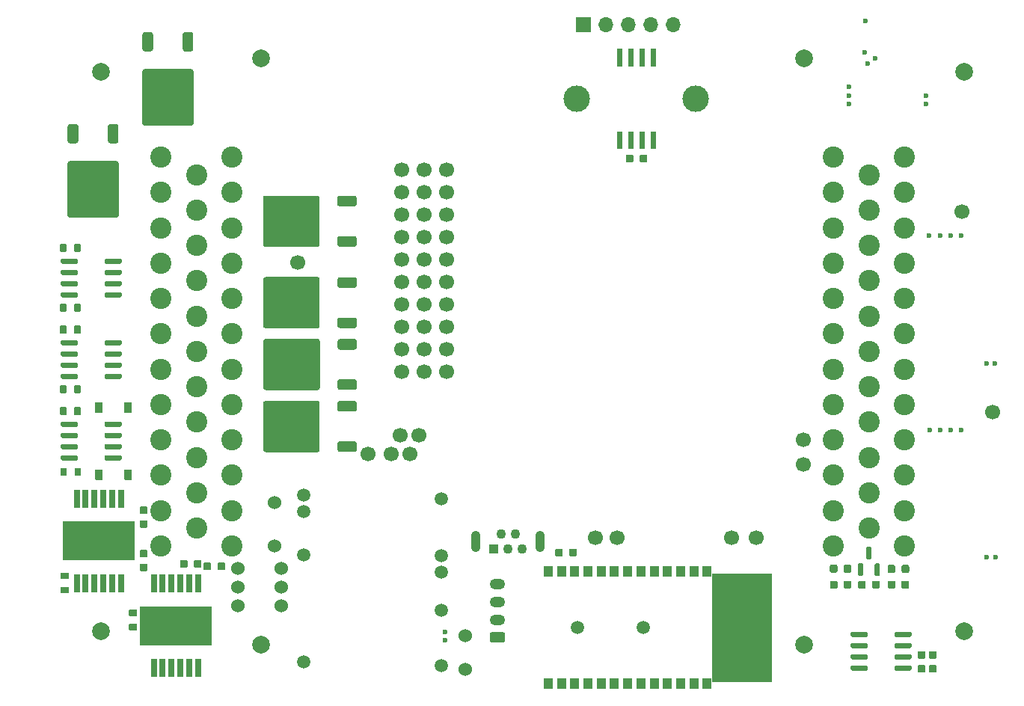
<source format=gts>
G04 #@! TF.GenerationSoftware,KiCad,Pcbnew,8.0.8-8.0.8-0~ubuntu24.04.1*
G04 #@! TF.CreationDate,2025-02-06T16:43:26+00:00*
G04 #@! TF.ProjectId,MST01,4d535430-312e-46b6-9963-61645f706362,D*
G04 #@! TF.SameCoordinates,PX440a368PY8a86a58*
G04 #@! TF.FileFunction,Soldermask,Top*
G04 #@! TF.FilePolarity,Negative*
%FSLAX46Y46*%
G04 Gerber Fmt 4.6, Leading zero omitted, Abs format (unit mm)*
G04 Created by KiCad (PCBNEW 8.0.8-8.0.8-0~ubuntu24.04.1) date 2025-02-06 16:43:26*
%MOMM*%
%LPD*%
G01*
G04 APERTURE LIST*
%ADD10C,0.120000*%
%ADD11C,3.000000*%
%ADD12C,1.700000*%
%ADD13C,0.600000*%
%ADD14R,1.100000X1.100000*%
%ADD15C,1.100000*%
%ADD16O,1.100000X2.400000*%
%ADD17C,2.000000*%
%ADD18C,2.400000*%
%ADD19C,1.500000*%
%ADD20R,0.650000X2.000000*%
%ADD21R,8.100000X4.500000*%
%ADD22R,1.000000X1.300000*%
%ADD23R,1.700000X1.700000*%
%ADD24O,1.700000X1.700000*%
%ADD25O,1.750000X1.200000*%
%ADD26C,1.524000*%
%ADD27C,0.599999*%
G04 APERTURE END LIST*
G04 #@! TO.C,U5*
D10*
X81450000Y13325000D02*
X74750000Y13325000D01*
X74750000Y1125000D01*
X81450000Y1125000D01*
X81450000Y13325000D01*
G36*
X81450000Y13325000D02*
G01*
X74750000Y13325000D01*
X74750000Y1125000D01*
X81450000Y1125000D01*
X81450000Y13325000D01*
G37*
G04 #@! TD*
D11*
G04 #@! TO.C,H1*
X59405000Y67055000D03*
G04 #@! TD*
G04 #@! TO.C,D8*
G36*
G01*
X91675000Y13020000D02*
X91375000Y13020000D01*
G75*
G02*
X91225000Y13170000I0J150000D01*
G01*
X91225000Y14345000D01*
G75*
G02*
X91375000Y14495000I150000J0D01*
G01*
X91675000Y14495000D01*
G75*
G02*
X91825000Y14345000I0J-150000D01*
G01*
X91825000Y13170000D01*
G75*
G02*
X91675000Y13020000I-150000J0D01*
G01*
G37*
G36*
G01*
X93575000Y13020000D02*
X93275000Y13020000D01*
G75*
G02*
X93125000Y13170000I0J150000D01*
G01*
X93125000Y14345000D01*
G75*
G02*
X93275000Y14495000I150000J0D01*
G01*
X93575000Y14495000D01*
G75*
G02*
X93725000Y14345000I0J-150000D01*
G01*
X93725000Y13170000D01*
G75*
G02*
X93575000Y13020000I-150000J0D01*
G01*
G37*
G36*
G01*
X92625000Y14895000D02*
X92325000Y14895000D01*
G75*
G02*
X92175000Y15045000I0J150000D01*
G01*
X92175000Y16220000D01*
G75*
G02*
X92325000Y16370000I150000J0D01*
G01*
X92625000Y16370000D01*
G75*
G02*
X92775000Y16220000I0J-150000D01*
G01*
X92775000Y15045000D01*
G75*
G02*
X92625000Y14895000I-150000J0D01*
G01*
G37*
G04 #@! TD*
G04 #@! TO.C,U7*
G36*
G01*
X990000Y30075000D02*
X990000Y30375000D01*
G75*
G02*
X1140000Y30525000I150000J0D01*
G01*
X2790000Y30525000D01*
G75*
G02*
X2940000Y30375000I0J-150000D01*
G01*
X2940000Y30075000D01*
G75*
G02*
X2790000Y29925000I-150000J0D01*
G01*
X1140000Y29925000D01*
G75*
G02*
X990000Y30075000I0J150000D01*
G01*
G37*
G36*
G01*
X990000Y28805000D02*
X990000Y29105000D01*
G75*
G02*
X1140000Y29255000I150000J0D01*
G01*
X2790000Y29255000D01*
G75*
G02*
X2940000Y29105000I0J-150000D01*
G01*
X2940000Y28805000D01*
G75*
G02*
X2790000Y28655000I-150000J0D01*
G01*
X1140000Y28655000D01*
G75*
G02*
X990000Y28805000I0J150000D01*
G01*
G37*
G36*
G01*
X990000Y27535000D02*
X990000Y27835000D01*
G75*
G02*
X1140000Y27985000I150000J0D01*
G01*
X2790000Y27985000D01*
G75*
G02*
X2940000Y27835000I0J-150000D01*
G01*
X2940000Y27535000D01*
G75*
G02*
X2790000Y27385000I-150000J0D01*
G01*
X1140000Y27385000D01*
G75*
G02*
X990000Y27535000I0J150000D01*
G01*
G37*
G36*
G01*
X990000Y26265000D02*
X990000Y26565000D01*
G75*
G02*
X1140000Y26715000I150000J0D01*
G01*
X2790000Y26715000D01*
G75*
G02*
X2940000Y26565000I0J-150000D01*
G01*
X2940000Y26265000D01*
G75*
G02*
X2790000Y26115000I-150000J0D01*
G01*
X1140000Y26115000D01*
G75*
G02*
X990000Y26265000I0J150000D01*
G01*
G37*
G36*
G01*
X5940000Y26265000D02*
X5940000Y26565000D01*
G75*
G02*
X6090000Y26715000I150000J0D01*
G01*
X7740000Y26715000D01*
G75*
G02*
X7890000Y26565000I0J-150000D01*
G01*
X7890000Y26265000D01*
G75*
G02*
X7740000Y26115000I-150000J0D01*
G01*
X6090000Y26115000D01*
G75*
G02*
X5940000Y26265000I0J150000D01*
G01*
G37*
G36*
G01*
X5940000Y27535000D02*
X5940000Y27835000D01*
G75*
G02*
X6090000Y27985000I150000J0D01*
G01*
X7740000Y27985000D01*
G75*
G02*
X7890000Y27835000I0J-150000D01*
G01*
X7890000Y27535000D01*
G75*
G02*
X7740000Y27385000I-150000J0D01*
G01*
X6090000Y27385000D01*
G75*
G02*
X5940000Y27535000I0J150000D01*
G01*
G37*
G36*
G01*
X5940000Y28805000D02*
X5940000Y29105000D01*
G75*
G02*
X6090000Y29255000I150000J0D01*
G01*
X7740000Y29255000D01*
G75*
G02*
X7890000Y29105000I0J-150000D01*
G01*
X7890000Y28805000D01*
G75*
G02*
X7740000Y28655000I-150000J0D01*
G01*
X6090000Y28655000D01*
G75*
G02*
X5940000Y28805000I0J150000D01*
G01*
G37*
G36*
G01*
X5940000Y30075000D02*
X5940000Y30375000D01*
G75*
G02*
X6090000Y30525000I150000J0D01*
G01*
X7740000Y30525000D01*
G75*
G02*
X7890000Y30375000I0J-150000D01*
G01*
X7890000Y30075000D01*
G75*
G02*
X7740000Y29925000I-150000J0D01*
G01*
X6090000Y29925000D01*
G75*
G02*
X5940000Y30075000I0J150000D01*
G01*
G37*
G04 #@! TD*
D12*
G04 #@! TO.C,P9*
X27795000Y48545000D03*
G04 #@! TD*
G04 #@! TO.C,C27*
G36*
G01*
X67400001Y60629994D02*
X67400001Y59949994D01*
G75*
G02*
X67315001Y59864994I-85000J0D01*
G01*
X66635001Y59864994D01*
G75*
G02*
X66550001Y59949994I0J85000D01*
G01*
X66550001Y60629994D01*
G75*
G02*
X66635001Y60714994I85000J0D01*
G01*
X67315001Y60714994D01*
G75*
G02*
X67400001Y60629994I0J-85000D01*
G01*
G37*
G36*
G01*
X65819999Y60629994D02*
X65819999Y59949994D01*
G75*
G02*
X65734999Y59864994I-85000J0D01*
G01*
X65054999Y59864994D01*
G75*
G02*
X64969999Y59949994I0J85000D01*
G01*
X64969999Y60629994D01*
G75*
G02*
X65054999Y60714994I85000J0D01*
G01*
X65734999Y60714994D01*
G75*
G02*
X65819999Y60629994I0J-85000D01*
G01*
G37*
G04 #@! TD*
G04 #@! TO.C,U10*
G36*
G01*
X1005000Y39290000D02*
X1005000Y39590000D01*
G75*
G02*
X1155000Y39740000I150000J0D01*
G01*
X2805000Y39740000D01*
G75*
G02*
X2955000Y39590000I0J-150000D01*
G01*
X2955000Y39290000D01*
G75*
G02*
X2805000Y39140000I-150000J0D01*
G01*
X1155000Y39140000D01*
G75*
G02*
X1005000Y39290000I0J150000D01*
G01*
G37*
G36*
G01*
X1005000Y38020000D02*
X1005000Y38320000D01*
G75*
G02*
X1155000Y38470000I150000J0D01*
G01*
X2805000Y38470000D01*
G75*
G02*
X2955000Y38320000I0J-150000D01*
G01*
X2955000Y38020000D01*
G75*
G02*
X2805000Y37870000I-150000J0D01*
G01*
X1155000Y37870000D01*
G75*
G02*
X1005000Y38020000I0J150000D01*
G01*
G37*
G36*
G01*
X1005000Y36750000D02*
X1005000Y37050000D01*
G75*
G02*
X1155000Y37200000I150000J0D01*
G01*
X2805000Y37200000D01*
G75*
G02*
X2955000Y37050000I0J-150000D01*
G01*
X2955000Y36750000D01*
G75*
G02*
X2805000Y36600000I-150000J0D01*
G01*
X1155000Y36600000D01*
G75*
G02*
X1005000Y36750000I0J150000D01*
G01*
G37*
G36*
G01*
X1005000Y35480000D02*
X1005000Y35780000D01*
G75*
G02*
X1155000Y35930000I150000J0D01*
G01*
X2805000Y35930000D01*
G75*
G02*
X2955000Y35780000I0J-150000D01*
G01*
X2955000Y35480000D01*
G75*
G02*
X2805000Y35330000I-150000J0D01*
G01*
X1155000Y35330000D01*
G75*
G02*
X1005000Y35480000I0J150000D01*
G01*
G37*
G36*
G01*
X5955000Y35480000D02*
X5955000Y35780000D01*
G75*
G02*
X6105000Y35930000I150000J0D01*
G01*
X7755000Y35930000D01*
G75*
G02*
X7905000Y35780000I0J-150000D01*
G01*
X7905000Y35480000D01*
G75*
G02*
X7755000Y35330000I-150000J0D01*
G01*
X6105000Y35330000D01*
G75*
G02*
X5955000Y35480000I0J150000D01*
G01*
G37*
G36*
G01*
X5955000Y36750000D02*
X5955000Y37050000D01*
G75*
G02*
X6105000Y37200000I150000J0D01*
G01*
X7755000Y37200000D01*
G75*
G02*
X7905000Y37050000I0J-150000D01*
G01*
X7905000Y36750000D01*
G75*
G02*
X7755000Y36600000I-150000J0D01*
G01*
X6105000Y36600000D01*
G75*
G02*
X5955000Y36750000I0J150000D01*
G01*
G37*
G36*
G01*
X5955000Y38020000D02*
X5955000Y38320000D01*
G75*
G02*
X6105000Y38470000I150000J0D01*
G01*
X7755000Y38470000D01*
G75*
G02*
X7905000Y38320000I0J-150000D01*
G01*
X7905000Y38020000D01*
G75*
G02*
X7755000Y37870000I-150000J0D01*
G01*
X6105000Y37870000D01*
G75*
G02*
X5955000Y38020000I0J150000D01*
G01*
G37*
G36*
G01*
X5955000Y39290000D02*
X5955000Y39590000D01*
G75*
G02*
X6105000Y39740000I150000J0D01*
G01*
X7755000Y39740000D01*
G75*
G02*
X7905000Y39590000I0J-150000D01*
G01*
X7905000Y39290000D01*
G75*
G02*
X7755000Y39140000I-150000J0D01*
G01*
X6105000Y39140000D01*
G75*
G02*
X5955000Y39290000I0J150000D01*
G01*
G37*
G04 #@! TD*
G04 #@! TO.C,P10*
X35785000Y26845000D03*
G04 #@! TD*
G04 #@! TO.C,R31*
G36*
G01*
X935000Y40525000D02*
X935000Y41305000D01*
G75*
G02*
X1005000Y41375000I70000J0D01*
G01*
X1565000Y41375000D01*
G75*
G02*
X1635000Y41305000I0J-70000D01*
G01*
X1635000Y40525000D01*
G75*
G02*
X1565000Y40455000I-70000J0D01*
G01*
X1005000Y40455000D01*
G75*
G02*
X935000Y40525000I0J70000D01*
G01*
G37*
G36*
G01*
X2535000Y40525000D02*
X2535000Y41305000D01*
G75*
G02*
X2605000Y41375000I70000J0D01*
G01*
X3165000Y41375000D01*
G75*
G02*
X3235000Y41305000I0J-70000D01*
G01*
X3235000Y40525000D01*
G75*
G02*
X3165000Y40455000I-70000J0D01*
G01*
X2605000Y40455000D01*
G75*
G02*
X2535000Y40525000I0J70000D01*
G01*
G37*
G04 #@! TD*
G04 #@! TO.C,P8*
X76935000Y17375000D03*
G04 #@! TD*
G04 #@! TO.C,C30*
G36*
G01*
X97030001Y12415000D02*
X97030001Y11735000D01*
G75*
G02*
X96945001Y11650000I-85000J0D01*
G01*
X96265001Y11650000D01*
G75*
G02*
X96180001Y11735000I0J85000D01*
G01*
X96180001Y12415000D01*
G75*
G02*
X96265001Y12500000I85000J0D01*
G01*
X96945001Y12500000D01*
G75*
G02*
X97030001Y12415000I0J-85000D01*
G01*
G37*
G36*
G01*
X95449999Y12415000D02*
X95449999Y11735000D01*
G75*
G02*
X95364999Y11650000I-85000J0D01*
G01*
X94684999Y11650000D01*
G75*
G02*
X94599999Y11735000I0J85000D01*
G01*
X94599999Y12415000D01*
G75*
G02*
X94684999Y12500000I85000J0D01*
G01*
X95364999Y12500000D01*
G75*
G02*
X95449999Y12415000I0J-85000D01*
G01*
G37*
G04 #@! TD*
G04 #@! TO.C,P5*
X106455000Y31555000D03*
G04 #@! TD*
G04 #@! TO.C,Q8*
G36*
G01*
X6592500Y64208750D02*
X7292500Y64208750D01*
G75*
G02*
X7542500Y63958750I0J-250000D01*
G01*
X7542500Y62258750D01*
G75*
G02*
X7292500Y62008750I-250000J0D01*
G01*
X6592500Y62008750D01*
G75*
G02*
X6342500Y62258750I0J250000D01*
G01*
X6342500Y63958750D01*
G75*
G02*
X6592500Y64208750I250000J0D01*
G01*
G37*
G36*
G01*
X2012497Y60008750D02*
X7312503Y60008750D01*
G75*
G02*
X7562500Y59758753I0J-249997D01*
G01*
X7562500Y53858747D01*
G75*
G02*
X7312503Y53608750I-249997J0D01*
G01*
X2012497Y53608750D01*
G75*
G02*
X1762500Y53858747I0J249997D01*
G01*
X1762500Y59758753D01*
G75*
G02*
X2012497Y60008750I249997J0D01*
G01*
G37*
G36*
G01*
X2032500Y64208750D02*
X2732500Y64208750D01*
G75*
G02*
X2982500Y63958750I0J-250000D01*
G01*
X2982500Y62258750D01*
G75*
G02*
X2732500Y62008750I-250000J0D01*
G01*
X2032500Y62008750D01*
G75*
G02*
X1782500Y62258750I0J250000D01*
G01*
X1782500Y63958750D01*
G75*
G02*
X2032500Y64208750I250000J0D01*
G01*
G37*
G04 #@! TD*
G04 #@! TO.C,C26*
G36*
G01*
X10715000Y18489999D02*
X10035000Y18489999D01*
G75*
G02*
X9950000Y18574999I0J85000D01*
G01*
X9950000Y19254999D01*
G75*
G02*
X10035000Y19339999I85000J0D01*
G01*
X10715000Y19339999D01*
G75*
G02*
X10800000Y19254999I0J-85000D01*
G01*
X10800000Y18574999D01*
G75*
G02*
X10715000Y18489999I-85000J0D01*
G01*
G37*
G36*
G01*
X10715000Y20070001D02*
X10035000Y20070001D01*
G75*
G02*
X9950000Y20155001I0J85000D01*
G01*
X9950000Y20835001D01*
G75*
G02*
X10035000Y20920001I85000J0D01*
G01*
X10715000Y20920001D01*
G75*
G02*
X10800000Y20835001I0J-85000D01*
G01*
X10800000Y20155001D01*
G75*
G02*
X10715000Y20070001I-85000J0D01*
G01*
G37*
G04 #@! TD*
G04 #@! TO.C,C33*
G36*
G01*
X59400001Y16030000D02*
X59400001Y15350000D01*
G75*
G02*
X59315001Y15265000I-85000J0D01*
G01*
X58635001Y15265000D01*
G75*
G02*
X58550001Y15350000I0J85000D01*
G01*
X58550001Y16030000D01*
G75*
G02*
X58635001Y16115000I85000J0D01*
G01*
X59315001Y16115000D01*
G75*
G02*
X59400001Y16030000I0J-85000D01*
G01*
G37*
G36*
G01*
X57819999Y16030000D02*
X57819999Y15350000D01*
G75*
G02*
X57734999Y15265000I-85000J0D01*
G01*
X57054999Y15265000D01*
G75*
G02*
X56969999Y15350000I0J85000D01*
G01*
X56969999Y16030000D01*
G75*
G02*
X57054999Y16115000I85000J0D01*
G01*
X57734999Y16115000D01*
G75*
G02*
X57819999Y16030000I0J-85000D01*
G01*
G37*
G04 #@! TD*
G04 #@! TO.C,Q12*
G36*
G01*
X34515000Y28035000D02*
X34515000Y27335000D01*
G75*
G02*
X34265000Y27085000I-250000J0D01*
G01*
X32565000Y27085000D01*
G75*
G02*
X32315000Y27335000I0J250000D01*
G01*
X32315000Y28035000D01*
G75*
G02*
X32565000Y28285000I250000J0D01*
G01*
X34265000Y28285000D01*
G75*
G02*
X34515000Y28035000I0J-250000D01*
G01*
G37*
G36*
G01*
X30315000Y32615003D02*
X30315000Y27314997D01*
G75*
G02*
X30065003Y27065000I-249997J0D01*
G01*
X24164997Y27065000D01*
G75*
G02*
X23915000Y27314997I0J249997D01*
G01*
X23915000Y32615003D01*
G75*
G02*
X24164997Y32865000I249997J0D01*
G01*
X30065003Y32865000D01*
G75*
G02*
X30315000Y32615003I0J-249997D01*
G01*
G37*
G36*
G01*
X34515000Y32595000D02*
X34515000Y31895000D01*
G75*
G02*
X34265000Y31645000I-250000J0D01*
G01*
X32565000Y31645000D01*
G75*
G02*
X32315000Y31895000I0J250000D01*
G01*
X32315000Y32595000D01*
G75*
G02*
X32565000Y32845000I250000J0D01*
G01*
X34265000Y32845000D01*
G75*
G02*
X34515000Y32595000I0J-250000D01*
G01*
G37*
G04 #@! TD*
G04 #@! TO.C,C29*
G36*
G01*
X91269999Y11725000D02*
X91269999Y12405000D01*
G75*
G02*
X91354999Y12490000I85000J0D01*
G01*
X92034999Y12490000D01*
G75*
G02*
X92119999Y12405000I0J-85000D01*
G01*
X92119999Y11725000D01*
G75*
G02*
X92034999Y11640000I-85000J0D01*
G01*
X91354999Y11640000D01*
G75*
G02*
X91269999Y11725000I0J85000D01*
G01*
G37*
G36*
G01*
X92850001Y11725000D02*
X92850001Y12405000D01*
G75*
G02*
X92935001Y12490000I85000J0D01*
G01*
X93615001Y12490000D01*
G75*
G02*
X93700001Y12405000I0J-85000D01*
G01*
X93700001Y11725000D01*
G75*
G02*
X93615001Y11640000I-85000J0D01*
G01*
X92935001Y11640000D01*
G75*
G02*
X92850001Y11725000I0J85000D01*
G01*
G37*
G04 #@! TD*
G04 #@! TO.C,Q10*
G36*
G01*
X34515000Y42055000D02*
X34515000Y41355000D01*
G75*
G02*
X34265000Y41105000I-250000J0D01*
G01*
X32565000Y41105000D01*
G75*
G02*
X32315000Y41355000I0J250000D01*
G01*
X32315000Y42055000D01*
G75*
G02*
X32565000Y42305000I250000J0D01*
G01*
X34265000Y42305000D01*
G75*
G02*
X34515000Y42055000I0J-250000D01*
G01*
G37*
G36*
G01*
X30315000Y46635003D02*
X30315000Y41334997D01*
G75*
G02*
X30065003Y41085000I-249997J0D01*
G01*
X24164997Y41085000D01*
G75*
G02*
X23915000Y41334997I0J249997D01*
G01*
X23915000Y46635003D01*
G75*
G02*
X24164997Y46885000I249997J0D01*
G01*
X30065003Y46885000D01*
G75*
G02*
X30315000Y46635003I0J-249997D01*
G01*
G37*
G36*
G01*
X34515000Y46615000D02*
X34515000Y45915000D01*
G75*
G02*
X34265000Y45665000I-250000J0D01*
G01*
X32565000Y45665000D01*
G75*
G02*
X32315000Y45915000I0J250000D01*
G01*
X32315000Y46615000D01*
G75*
G02*
X32565000Y46865000I250000J0D01*
G01*
X34265000Y46865000D01*
G75*
G02*
X34515000Y46615000I0J-250000D01*
G01*
G37*
G04 #@! TD*
G04 #@! TO.C,U4*
G36*
G01*
X97315000Y2770000D02*
X97315000Y2470000D01*
G75*
G02*
X97165000Y2320000I-150000J0D01*
G01*
X95515000Y2320000D01*
G75*
G02*
X95365000Y2470000I0J150000D01*
G01*
X95365000Y2770000D01*
G75*
G02*
X95515000Y2920000I150000J0D01*
G01*
X97165000Y2920000D01*
G75*
G02*
X97315000Y2770000I0J-150000D01*
G01*
G37*
G36*
G01*
X97315000Y4040000D02*
X97315000Y3740000D01*
G75*
G02*
X97165000Y3590000I-150000J0D01*
G01*
X95515000Y3590000D01*
G75*
G02*
X95365000Y3740000I0J150000D01*
G01*
X95365000Y4040000D01*
G75*
G02*
X95515000Y4190000I150000J0D01*
G01*
X97165000Y4190000D01*
G75*
G02*
X97315000Y4040000I0J-150000D01*
G01*
G37*
G36*
G01*
X97315000Y5310000D02*
X97315000Y5010000D01*
G75*
G02*
X97165000Y4860000I-150000J0D01*
G01*
X95515000Y4860000D01*
G75*
G02*
X95365000Y5010000I0J150000D01*
G01*
X95365000Y5310000D01*
G75*
G02*
X95515000Y5460000I150000J0D01*
G01*
X97165000Y5460000D01*
G75*
G02*
X97315000Y5310000I0J-150000D01*
G01*
G37*
G36*
G01*
X97315000Y6580000D02*
X97315000Y6280000D01*
G75*
G02*
X97165000Y6130000I-150000J0D01*
G01*
X95515000Y6130000D01*
G75*
G02*
X95365000Y6280000I0J150000D01*
G01*
X95365000Y6580000D01*
G75*
G02*
X95515000Y6730000I150000J0D01*
G01*
X97165000Y6730000D01*
G75*
G02*
X97315000Y6580000I0J-150000D01*
G01*
G37*
G36*
G01*
X92365000Y6580000D02*
X92365000Y6280000D01*
G75*
G02*
X92215000Y6130000I-150000J0D01*
G01*
X90565000Y6130000D01*
G75*
G02*
X90415000Y6280000I0J150000D01*
G01*
X90415000Y6580000D01*
G75*
G02*
X90565000Y6730000I150000J0D01*
G01*
X92215000Y6730000D01*
G75*
G02*
X92365000Y6580000I0J-150000D01*
G01*
G37*
G36*
G01*
X92365000Y5310000D02*
X92365000Y5010000D01*
G75*
G02*
X92215000Y4860000I-150000J0D01*
G01*
X90565000Y4860000D01*
G75*
G02*
X90415000Y5010000I0J150000D01*
G01*
X90415000Y5310000D01*
G75*
G02*
X90565000Y5460000I150000J0D01*
G01*
X92215000Y5460000D01*
G75*
G02*
X92365000Y5310000I0J-150000D01*
G01*
G37*
G36*
G01*
X92365000Y4040000D02*
X92365000Y3740000D01*
G75*
G02*
X92215000Y3590000I-150000J0D01*
G01*
X90565000Y3590000D01*
G75*
G02*
X90415000Y3740000I0J150000D01*
G01*
X90415000Y4040000D01*
G75*
G02*
X90565000Y4190000I150000J0D01*
G01*
X92215000Y4190000D01*
G75*
G02*
X92365000Y4040000I0J-150000D01*
G01*
G37*
G36*
G01*
X92365000Y2770000D02*
X92365000Y2470000D01*
G75*
G02*
X92215000Y2320000I-150000J0D01*
G01*
X90565000Y2320000D01*
G75*
G02*
X90415000Y2470000I0J150000D01*
G01*
X90415000Y2770000D01*
G75*
G02*
X90565000Y2920000I150000J0D01*
G01*
X92215000Y2920000D01*
G75*
G02*
X92365000Y2770000I0J-150000D01*
G01*
G37*
G04 #@! TD*
G04 #@! TO.C,C13*
G36*
G01*
X14499999Y14065000D02*
X14499999Y14745000D01*
G75*
G02*
X14584999Y14830000I85000J0D01*
G01*
X15264999Y14830000D01*
G75*
G02*
X15349999Y14745000I0J-85000D01*
G01*
X15349999Y14065000D01*
G75*
G02*
X15264999Y13980000I-85000J0D01*
G01*
X14584999Y13980000D01*
G75*
G02*
X14499999Y14065000I0J85000D01*
G01*
G37*
G36*
G01*
X16080001Y14065000D02*
X16080001Y14745000D01*
G75*
G02*
X16165001Y14830000I85000J0D01*
G01*
X16845001Y14830000D01*
G75*
G02*
X16930001Y14745000I0J-85000D01*
G01*
X16930001Y14065000D01*
G75*
G02*
X16845001Y13980000I-85000J0D01*
G01*
X16165001Y13980000D01*
G75*
G02*
X16080001Y14065000I0J85000D01*
G01*
G37*
G04 #@! TD*
G04 #@! TO.C,P15*
X38395000Y26845000D03*
G04 #@! TD*
G04 #@! TO.C,C31*
G36*
G01*
X100055000Y2099999D02*
X99375000Y2099999D01*
G75*
G02*
X99290000Y2184999I0J85000D01*
G01*
X99290000Y2864999D01*
G75*
G02*
X99375000Y2949999I85000J0D01*
G01*
X100055000Y2949999D01*
G75*
G02*
X100140000Y2864999I0J-85000D01*
G01*
X100140000Y2184999D01*
G75*
G02*
X100055000Y2099999I-85000J0D01*
G01*
G37*
G36*
G01*
X100055000Y3680001D02*
X99375000Y3680001D01*
G75*
G02*
X99290000Y3765001I0J85000D01*
G01*
X99290000Y4445001D01*
G75*
G02*
X99375000Y4530001I85000J0D01*
G01*
X100055000Y4530001D01*
G75*
G02*
X100140000Y4445001I0J-85000D01*
G01*
X100140000Y3765001D01*
G75*
G02*
X100055000Y3680001I-85000J0D01*
G01*
G37*
G04 #@! TD*
G04 #@! TO.C,P4*
X61505000Y17385000D03*
G04 #@! TD*
D13*
G04 #@! TO.C,M3*
X101755000Y29600000D03*
X102955000Y29600000D03*
X100555000Y29600000D03*
X99355000Y29600000D03*
X105815000Y15175000D03*
X106815000Y15175000D03*
G04 #@! TD*
G04 #@! TO.C,R10*
G36*
G01*
X935000Y31305000D02*
X935000Y32085000D01*
G75*
G02*
X1005000Y32155000I70000J0D01*
G01*
X1565000Y32155000D01*
G75*
G02*
X1635000Y32085000I0J-70000D01*
G01*
X1635000Y31305000D01*
G75*
G02*
X1565000Y31235000I-70000J0D01*
G01*
X1005000Y31235000D01*
G75*
G02*
X935000Y31305000I0J70000D01*
G01*
G37*
G36*
G01*
X2535000Y31305000D02*
X2535000Y32085000D01*
G75*
G02*
X2605000Y32155000I70000J0D01*
G01*
X3165000Y32155000D01*
G75*
G02*
X3235000Y32085000I0J-70000D01*
G01*
X3235000Y31305000D01*
G75*
G02*
X3165000Y31235000I-70000J0D01*
G01*
X2605000Y31235000D01*
G75*
G02*
X2535000Y31305000I0J70000D01*
G01*
G37*
G04 #@! TD*
D12*
G04 #@! TO.C,P17*
X39455000Y28935000D03*
G04 #@! TD*
D14*
G04 #@! TO.C,J8*
X50025000Y16070000D03*
D15*
X50825000Y17820000D03*
X51625000Y16070000D03*
X52425000Y17820000D03*
X53225000Y16070000D03*
D16*
X47975000Y16945000D03*
X55275000Y16945000D03*
G04 #@! TD*
G04 #@! TO.C,D2*
G36*
G01*
X4855000Y31615000D02*
X4855000Y32635000D01*
G75*
G02*
X4945000Y32725000I90000J0D01*
G01*
X5665000Y32725000D01*
G75*
G02*
X5755000Y32635000I0J-90000D01*
G01*
X5755000Y31615000D01*
G75*
G02*
X5665000Y31525000I-90000J0D01*
G01*
X4945000Y31525000D01*
G75*
G02*
X4855000Y31615000I0J90000D01*
G01*
G37*
G36*
G01*
X8155000Y31615000D02*
X8155000Y32635000D01*
G75*
G02*
X8245000Y32725000I90000J0D01*
G01*
X8965000Y32725000D01*
G75*
G02*
X9055000Y32635000I0J-90000D01*
G01*
X9055000Y31615000D01*
G75*
G02*
X8965000Y31525000I-90000J0D01*
G01*
X8245000Y31525000D01*
G75*
G02*
X8155000Y31615000I0J90000D01*
G01*
G37*
G04 #@! TD*
D13*
G04 #@! TO.C,M2*
X90215000Y66485000D03*
X90215000Y67435000D03*
X90215000Y68384998D03*
X98915000Y67385000D03*
X98915000Y66485000D03*
G04 #@! TD*
G04 #@! TO.C,C25*
G36*
G01*
X10035000Y16010001D02*
X10715000Y16010001D01*
G75*
G02*
X10800000Y15925001I0J-85000D01*
G01*
X10800000Y15245001D01*
G75*
G02*
X10715000Y15160001I-85000J0D01*
G01*
X10035000Y15160001D01*
G75*
G02*
X9950000Y15245001I0J85000D01*
G01*
X9950000Y15925001D01*
G75*
G02*
X10035000Y16010001I85000J0D01*
G01*
G37*
G36*
G01*
X10035000Y14429999D02*
X10715000Y14429999D01*
G75*
G02*
X10800000Y14344999I0J-85000D01*
G01*
X10800000Y13664999D01*
G75*
G02*
X10715000Y13579999I-85000J0D01*
G01*
X10035000Y13579999D01*
G75*
G02*
X9950000Y13664999I0J85000D01*
G01*
X9950000Y14344999D01*
G75*
G02*
X10035000Y14429999I85000J0D01*
G01*
G37*
G04 #@! TD*
D12*
G04 #@! TO.C,P18*
X41535000Y28935000D03*
G04 #@! TD*
D17*
G04 #@! TO.C,J2*
X85175000Y71655000D03*
X103275000Y70155000D03*
X103275000Y6755000D03*
X85175000Y5255000D03*
D18*
X96475000Y60455000D03*
X96475000Y56455000D03*
X96475000Y52455000D03*
X96475000Y48455000D03*
X96475000Y44455000D03*
X96475000Y40455000D03*
X96475000Y36455000D03*
X96475000Y32455000D03*
X96475000Y28455000D03*
X96475000Y24455000D03*
X96475000Y20455000D03*
X96475000Y16455000D03*
X92475000Y58455000D03*
X92475000Y54455000D03*
X92475000Y50455000D03*
X92475000Y46455000D03*
X92475000Y42455000D03*
X92475000Y38455000D03*
X92475000Y34455000D03*
X92475000Y30455000D03*
X92475000Y26455000D03*
X92475000Y22455000D03*
X92475000Y18455000D03*
X88475000Y60455000D03*
X88475000Y56455000D03*
X88475000Y52455000D03*
X88475000Y48455000D03*
X88475000Y44455000D03*
X88475000Y40455000D03*
X88475000Y36455000D03*
X88475000Y32455000D03*
X88475000Y28455000D03*
X88475000Y24455000D03*
X88475000Y20455000D03*
X88475000Y16455000D03*
G04 #@! TD*
D19*
G04 #@! TO.C,M1*
X44039995Y21739999D03*
X44039995Y15340002D03*
X44039995Y13439999D03*
X44039995Y9139999D03*
D13*
X44489994Y6740002D03*
X44489994Y5740001D03*
D19*
X44039995Y2889999D03*
X28539998Y22190001D03*
X28539998Y20340002D03*
X28539998Y15389999D03*
X28539998Y3340001D03*
G04 #@! TD*
D12*
G04 #@! TO.C,P6*
X103035000Y54265000D03*
G04 #@! TD*
G04 #@! TO.C,R9*
G36*
G01*
X8795000Y9215000D02*
X9575000Y9215000D01*
G75*
G02*
X9645000Y9145000I0J-70000D01*
G01*
X9645000Y8585000D01*
G75*
G02*
X9575000Y8515000I-70000J0D01*
G01*
X8795000Y8515000D01*
G75*
G02*
X8725000Y8585000I0J70000D01*
G01*
X8725000Y9145000D01*
G75*
G02*
X8795000Y9215000I70000J0D01*
G01*
G37*
G36*
G01*
X8795000Y7615000D02*
X9575000Y7615000D01*
G75*
G02*
X9645000Y7545000I0J-70000D01*
G01*
X9645000Y6985000D01*
G75*
G02*
X9575000Y6915000I-70000J0D01*
G01*
X8795000Y6915000D01*
G75*
G02*
X8725000Y6985000I0J70000D01*
G01*
X8725000Y7545000D01*
G75*
G02*
X8795000Y7615000I70000J0D01*
G01*
G37*
G04 #@! TD*
G04 #@! TO.C,C32*
G36*
G01*
X98759994Y2099999D02*
X98079994Y2099999D01*
G75*
G02*
X97994994Y2184999I0J85000D01*
G01*
X97994994Y2864999D01*
G75*
G02*
X98079994Y2949999I85000J0D01*
G01*
X98759994Y2949999D01*
G75*
G02*
X98844994Y2864999I0J-85000D01*
G01*
X98844994Y2184999D01*
G75*
G02*
X98759994Y2099999I-85000J0D01*
G01*
G37*
G36*
G01*
X98759994Y3680001D02*
X98079994Y3680001D01*
G75*
G02*
X97994994Y3765001I0J85000D01*
G01*
X97994994Y4445001D01*
G75*
G02*
X98079994Y4530001I85000J0D01*
G01*
X98759994Y4530001D01*
G75*
G02*
X98844994Y4445001I0J-85000D01*
G01*
X98844994Y3765001D01*
G75*
G02*
X98759994Y3680001I-85000J0D01*
G01*
G37*
G04 #@! TD*
G04 #@! TO.C,R16*
G36*
G01*
X3235000Y43785000D02*
X3235000Y43005000D01*
G75*
G02*
X3165000Y42935000I-70000J0D01*
G01*
X2605000Y42935000D01*
G75*
G02*
X2535000Y43005000I0J70000D01*
G01*
X2535000Y43785000D01*
G75*
G02*
X2605000Y43855000I70000J0D01*
G01*
X3165000Y43855000D01*
G75*
G02*
X3235000Y43785000I0J-70000D01*
G01*
G37*
G36*
G01*
X1635000Y43785000D02*
X1635000Y43005000D01*
G75*
G02*
X1565000Y42935000I-70000J0D01*
G01*
X1005000Y42935000D01*
G75*
G02*
X935000Y43005000I0J70000D01*
G01*
X935000Y43785000D01*
G75*
G02*
X1005000Y43855000I70000J0D01*
G01*
X1565000Y43855000D01*
G75*
G02*
X1635000Y43785000I0J-70000D01*
G01*
G37*
G04 #@! TD*
G04 #@! TO.C,P1*
X85025000Y28465000D03*
G04 #@! TD*
D11*
G04 #@! TO.C,H2*
X72905000Y67055000D03*
G04 #@! TD*
G04 #@! TO.C,L2*
G36*
G01*
X88050000Y13608750D02*
X88050000Y14121250D01*
G75*
G02*
X88268750Y14340000I218750J0D01*
G01*
X88706250Y14340000D01*
G75*
G02*
X88925000Y14121250I0J-218750D01*
G01*
X88925000Y13608750D01*
G75*
G02*
X88706250Y13390000I-218750J0D01*
G01*
X88268750Y13390000D01*
G75*
G02*
X88050000Y13608750I0J218750D01*
G01*
G37*
G36*
G01*
X89625000Y13608750D02*
X89625000Y14121250D01*
G75*
G02*
X89843750Y14340000I218750J0D01*
G01*
X90281250Y14340000D01*
G75*
G02*
X90500000Y14121250I0J-218750D01*
G01*
X90500000Y13608750D01*
G75*
G02*
X90281250Y13390000I-218750J0D01*
G01*
X89843750Y13390000D01*
G75*
G02*
X89625000Y13608750I0J218750D01*
G01*
G37*
G04 #@! TD*
G04 #@! TO.C,R15*
G36*
G01*
X3235000Y50565000D02*
X3235000Y49785000D01*
G75*
G02*
X3165000Y49715000I-70000J0D01*
G01*
X2605000Y49715000D01*
G75*
G02*
X2535000Y49785000I0J70000D01*
G01*
X2535000Y50565000D01*
G75*
G02*
X2605000Y50635000I70000J0D01*
G01*
X3165000Y50635000D01*
G75*
G02*
X3235000Y50565000I0J-70000D01*
G01*
G37*
G36*
G01*
X1635000Y50565000D02*
X1635000Y49785000D01*
G75*
G02*
X1565000Y49715000I-70000J0D01*
G01*
X1005000Y49715000D01*
G75*
G02*
X935000Y49785000I0J70000D01*
G01*
X935000Y50565000D01*
G75*
G02*
X1005000Y50635000I70000J0D01*
G01*
X1565000Y50635000D01*
G75*
G02*
X1635000Y50565000I0J-70000D01*
G01*
G37*
G04 #@! TD*
D12*
G04 #@! TO.C,G3*
X39625000Y36155000D03*
X39625000Y38695000D03*
X39625000Y41235000D03*
X39625000Y43775000D03*
X39625000Y46315000D03*
X42165000Y36155000D03*
X42165000Y38695000D03*
X42165000Y41235000D03*
X42165000Y43775000D03*
X42165000Y46315000D03*
X44705000Y36155000D03*
X44705000Y38695000D03*
X44705000Y41235000D03*
X44705000Y43775000D03*
X44705000Y46315000D03*
G04 #@! TD*
G04 #@! TO.C,P3*
X64005000Y17385000D03*
G04 #@! TD*
G04 #@! TO.C,R11*
G36*
G01*
X955000Y24435000D02*
X955000Y25215000D01*
G75*
G02*
X1025000Y25285000I70000J0D01*
G01*
X1585000Y25285000D01*
G75*
G02*
X1655000Y25215000I0J-70000D01*
G01*
X1655000Y24435000D01*
G75*
G02*
X1585000Y24365000I-70000J0D01*
G01*
X1025000Y24365000D01*
G75*
G02*
X955000Y24435000I0J70000D01*
G01*
G37*
G36*
G01*
X2555000Y24435000D02*
X2555000Y25215000D01*
G75*
G02*
X2625000Y25285000I70000J0D01*
G01*
X3185000Y25285000D01*
G75*
G02*
X3255000Y25215000I0J-70000D01*
G01*
X3255000Y24435000D01*
G75*
G02*
X3185000Y24365000I-70000J0D01*
G01*
X2625000Y24365000D01*
G75*
G02*
X2555000Y24435000I0J70000D01*
G01*
G37*
G04 #@! TD*
G04 #@! TO.C,D3*
G36*
G01*
X4860000Y24005000D02*
X4860000Y25025000D01*
G75*
G02*
X4950000Y25115000I90000J0D01*
G01*
X5670000Y25115000D01*
G75*
G02*
X5760000Y25025000I0J-90000D01*
G01*
X5760000Y24005000D01*
G75*
G02*
X5670000Y23915000I-90000J0D01*
G01*
X4950000Y23915000D01*
G75*
G02*
X4860000Y24005000I0J90000D01*
G01*
G37*
G36*
G01*
X8160000Y24005000D02*
X8160000Y25025000D01*
G75*
G02*
X8250000Y25115000I90000J0D01*
G01*
X8970000Y25115000D01*
G75*
G02*
X9060000Y25025000I0J-90000D01*
G01*
X9060000Y24005000D01*
G75*
G02*
X8970000Y23915000I-90000J0D01*
G01*
X8250000Y23915000D01*
G75*
G02*
X8160000Y24005000I0J90000D01*
G01*
G37*
G04 #@! TD*
D20*
G04 #@! TO.C,U1*
X11535000Y2605000D03*
X12535000Y2605000D03*
X13535000Y2605000D03*
X14535000Y2605000D03*
X15535000Y2605000D03*
X16535000Y2605000D03*
X16535000Y12205000D03*
X15535000Y12205000D03*
X14535000Y12205000D03*
X13535000Y12205000D03*
X12535000Y12205000D03*
X11535000Y12205000D03*
D21*
X14035000Y7405000D03*
G04 #@! TD*
D20*
G04 #@! TO.C,U2*
X2815000Y12205000D03*
X3815000Y12205000D03*
X4815000Y12205000D03*
X5815000Y12205000D03*
X6815000Y12205000D03*
X7815000Y12205000D03*
X7815000Y21805000D03*
X6815000Y21805000D03*
X5815000Y21805000D03*
X4815000Y21805000D03*
X3815000Y21805000D03*
X2815000Y21805000D03*
D21*
X5315000Y17005000D03*
G04 #@! TD*
G04 #@! TO.C,R32*
G36*
G01*
X935000Y33775000D02*
X935000Y34555000D01*
G75*
G02*
X1005000Y34625000I70000J0D01*
G01*
X1565000Y34625000D01*
G75*
G02*
X1635000Y34555000I0J-70000D01*
G01*
X1635000Y33775000D01*
G75*
G02*
X1565000Y33705000I-70000J0D01*
G01*
X1005000Y33705000D01*
G75*
G02*
X935000Y33775000I0J70000D01*
G01*
G37*
G36*
G01*
X2535000Y33775000D02*
X2535000Y34555000D01*
G75*
G02*
X2605000Y34625000I70000J0D01*
G01*
X3165000Y34625000D01*
G75*
G02*
X3235000Y34555000I0J-70000D01*
G01*
X3235000Y33775000D01*
G75*
G02*
X3165000Y33705000I-70000J0D01*
G01*
X2605000Y33705000D01*
G75*
G02*
X2535000Y33775000I0J70000D01*
G01*
G37*
G04 #@! TD*
G04 #@! TO.C,C28*
G36*
G01*
X88069999Y11725000D02*
X88069999Y12405000D01*
G75*
G02*
X88154999Y12490000I85000J0D01*
G01*
X88834999Y12490000D01*
G75*
G02*
X88919999Y12405000I0J-85000D01*
G01*
X88919999Y11725000D01*
G75*
G02*
X88834999Y11640000I-85000J0D01*
G01*
X88154999Y11640000D01*
G75*
G02*
X88069999Y11725000I0J85000D01*
G01*
G37*
G36*
G01*
X89650001Y11725000D02*
X89650001Y12405000D01*
G75*
G02*
X89735001Y12490000I85000J0D01*
G01*
X90415001Y12490000D01*
G75*
G02*
X90500001Y12405000I0J-85000D01*
G01*
X90500001Y11725000D01*
G75*
G02*
X90415001Y11640000I-85000J0D01*
G01*
X89735001Y11640000D01*
G75*
G02*
X89650001Y11725000I0J85000D01*
G01*
G37*
G04 #@! TD*
D12*
G04 #@! TO.C,P7*
X79715000Y17375000D03*
G04 #@! TD*
G04 #@! TO.C,Q9*
G36*
G01*
X34495000Y51275000D02*
X34495000Y50575000D01*
G75*
G02*
X34245000Y50325000I-250000J0D01*
G01*
X32545000Y50325000D01*
G75*
G02*
X32295000Y50575000I0J250000D01*
G01*
X32295000Y51275000D01*
G75*
G02*
X32545000Y51525000I250000J0D01*
G01*
X34245000Y51525000D01*
G75*
G02*
X34495000Y51275000I0J-250000D01*
G01*
G37*
G36*
G01*
X30295000Y55855003D02*
X30295000Y50554997D01*
G75*
G02*
X30045003Y50305000I-249997J0D01*
G01*
X24144997Y50305000D01*
G75*
G02*
X23895000Y50554997I0J249997D01*
G01*
X23895000Y55855003D01*
G75*
G02*
X24144997Y56105000I249997J0D01*
G01*
X30045003Y56105000D01*
G75*
G02*
X30295000Y55855003I0J-249997D01*
G01*
G37*
G36*
G01*
X34495000Y55835000D02*
X34495000Y55135000D01*
G75*
G02*
X34245000Y54885000I-250000J0D01*
G01*
X32545000Y54885000D01*
G75*
G02*
X32295000Y55135000I0J250000D01*
G01*
X32295000Y55835000D01*
G75*
G02*
X32545000Y56085000I250000J0D01*
G01*
X34245000Y56085000D01*
G75*
G02*
X34495000Y55835000I0J-250000D01*
G01*
G37*
G04 #@! TD*
G04 #@! TO.C,U6*
G36*
G01*
X1005000Y48510000D02*
X1005000Y48810000D01*
G75*
G02*
X1155000Y48960000I150000J0D01*
G01*
X2805000Y48960000D01*
G75*
G02*
X2955000Y48810000I0J-150000D01*
G01*
X2955000Y48510000D01*
G75*
G02*
X2805000Y48360000I-150000J0D01*
G01*
X1155000Y48360000D01*
G75*
G02*
X1005000Y48510000I0J150000D01*
G01*
G37*
G36*
G01*
X1005000Y47240000D02*
X1005000Y47540000D01*
G75*
G02*
X1155000Y47690000I150000J0D01*
G01*
X2805000Y47690000D01*
G75*
G02*
X2955000Y47540000I0J-150000D01*
G01*
X2955000Y47240000D01*
G75*
G02*
X2805000Y47090000I-150000J0D01*
G01*
X1155000Y47090000D01*
G75*
G02*
X1005000Y47240000I0J150000D01*
G01*
G37*
G36*
G01*
X1005000Y45970000D02*
X1005000Y46270000D01*
G75*
G02*
X1155000Y46420000I150000J0D01*
G01*
X2805000Y46420000D01*
G75*
G02*
X2955000Y46270000I0J-150000D01*
G01*
X2955000Y45970000D01*
G75*
G02*
X2805000Y45820000I-150000J0D01*
G01*
X1155000Y45820000D01*
G75*
G02*
X1005000Y45970000I0J150000D01*
G01*
G37*
G36*
G01*
X1005000Y44700000D02*
X1005000Y45000000D01*
G75*
G02*
X1155000Y45150000I150000J0D01*
G01*
X2805000Y45150000D01*
G75*
G02*
X2955000Y45000000I0J-150000D01*
G01*
X2955000Y44700000D01*
G75*
G02*
X2805000Y44550000I-150000J0D01*
G01*
X1155000Y44550000D01*
G75*
G02*
X1005000Y44700000I0J150000D01*
G01*
G37*
G36*
G01*
X5955000Y44700000D02*
X5955000Y45000000D01*
G75*
G02*
X6105000Y45150000I150000J0D01*
G01*
X7755000Y45150000D01*
G75*
G02*
X7905000Y45000000I0J-150000D01*
G01*
X7905000Y44700000D01*
G75*
G02*
X7755000Y44550000I-150000J0D01*
G01*
X6105000Y44550000D01*
G75*
G02*
X5955000Y44700000I0J150000D01*
G01*
G37*
G36*
G01*
X5955000Y45970000D02*
X5955000Y46270000D01*
G75*
G02*
X6105000Y46420000I150000J0D01*
G01*
X7755000Y46420000D01*
G75*
G02*
X7905000Y46270000I0J-150000D01*
G01*
X7905000Y45970000D01*
G75*
G02*
X7755000Y45820000I-150000J0D01*
G01*
X6105000Y45820000D01*
G75*
G02*
X5955000Y45970000I0J150000D01*
G01*
G37*
G36*
G01*
X5955000Y47240000D02*
X5955000Y47540000D01*
G75*
G02*
X6105000Y47690000I150000J0D01*
G01*
X7755000Y47690000D01*
G75*
G02*
X7905000Y47540000I0J-150000D01*
G01*
X7905000Y47240000D01*
G75*
G02*
X7755000Y47090000I-150000J0D01*
G01*
X6105000Y47090000D01*
G75*
G02*
X5955000Y47240000I0J150000D01*
G01*
G37*
G36*
G01*
X5955000Y48510000D02*
X5955000Y48810000D01*
G75*
G02*
X6105000Y48960000I150000J0D01*
G01*
X7755000Y48960000D01*
G75*
G02*
X7905000Y48810000I0J-150000D01*
G01*
X7905000Y48510000D01*
G75*
G02*
X7755000Y48360000I-150000J0D01*
G01*
X6105000Y48360000D01*
G75*
G02*
X5955000Y48510000I0J150000D01*
G01*
G37*
G04 #@! TD*
G04 #@! TO.C,L1*
G36*
G01*
X97040000Y14101250D02*
X97040000Y13588750D01*
G75*
G02*
X96821250Y13370000I-218750J0D01*
G01*
X96383750Y13370000D01*
G75*
G02*
X96165000Y13588750I0J218750D01*
G01*
X96165000Y14101250D01*
G75*
G02*
X96383750Y14320000I218750J0D01*
G01*
X96821250Y14320000D01*
G75*
G02*
X97040000Y14101250I0J-218750D01*
G01*
G37*
G36*
G01*
X95465000Y14101250D02*
X95465000Y13588750D01*
G75*
G02*
X95246250Y13370000I-218750J0D01*
G01*
X94808750Y13370000D01*
G75*
G02*
X94590000Y13588750I0J218750D01*
G01*
X94590000Y14101250D01*
G75*
G02*
X94808750Y14320000I218750J0D01*
G01*
X95246250Y14320000D01*
G75*
G02*
X95465000Y14101250I0J-218750D01*
G01*
G37*
G04 #@! TD*
G04 #@! TO.C,Q11*
G36*
G01*
X34525000Y35055000D02*
X34525000Y34355000D01*
G75*
G02*
X34275000Y34105000I-250000J0D01*
G01*
X32575000Y34105000D01*
G75*
G02*
X32325000Y34355000I0J250000D01*
G01*
X32325000Y35055000D01*
G75*
G02*
X32575000Y35305000I250000J0D01*
G01*
X34275000Y35305000D01*
G75*
G02*
X34525000Y35055000I0J-250000D01*
G01*
G37*
G36*
G01*
X30325000Y39635003D02*
X30325000Y34334997D01*
G75*
G02*
X30075003Y34085000I-249997J0D01*
G01*
X24174997Y34085000D01*
G75*
G02*
X23925000Y34334997I0J249997D01*
G01*
X23925000Y39635003D01*
G75*
G02*
X24174997Y39885000I249997J0D01*
G01*
X30075003Y39885000D01*
G75*
G02*
X30325000Y39635003I0J-249997D01*
G01*
G37*
G36*
G01*
X34525000Y39615000D02*
X34525000Y38915000D01*
G75*
G02*
X34275000Y38665000I-250000J0D01*
G01*
X32575000Y38665000D01*
G75*
G02*
X32325000Y38915000I0J250000D01*
G01*
X32325000Y39615000D01*
G75*
G02*
X32575000Y39865000I250000J0D01*
G01*
X34275000Y39865000D01*
G75*
G02*
X34525000Y39615000I0J-250000D01*
G01*
G37*
G04 #@! TD*
D22*
G04 #@! TO.C,U5*
X74175000Y13575000D03*
X72675000Y13575000D03*
X71175000Y13575000D03*
X69675000Y13575000D03*
X68175000Y13575000D03*
X66675000Y13575000D03*
X65175000Y13575000D03*
X63675000Y13575000D03*
X62175000Y13575000D03*
X60675000Y13575000D03*
X59175000Y13575000D03*
X57675000Y13575000D03*
X56175000Y13575000D03*
X56175000Y875000D03*
X57675000Y875000D03*
X59175000Y875000D03*
X60675000Y875000D03*
X62175000Y875000D03*
X63675000Y875000D03*
X65175000Y875000D03*
X66675000Y875000D03*
X68175000Y875000D03*
X69675000Y875000D03*
X71175000Y875000D03*
X72675000Y875000D03*
X74175000Y875000D03*
G04 #@! TD*
G04 #@! TO.C,U12*
G36*
G01*
X64503700Y61365000D02*
X63996300Y61365000D01*
G75*
G02*
X63955000Y61406300I0J41300D01*
G01*
X63955000Y63343700D01*
G75*
G02*
X63996300Y63385000I41300J0D01*
G01*
X64503700Y63385000D01*
G75*
G02*
X64545000Y63343700I0J-41300D01*
G01*
X64545000Y61406300D01*
G75*
G02*
X64503700Y61365000I-41300J0D01*
G01*
G37*
G36*
G01*
X65773700Y61365000D02*
X65266300Y61365000D01*
G75*
G02*
X65225000Y61406300I0J41300D01*
G01*
X65225000Y63343700D01*
G75*
G02*
X65266300Y63385000I41300J0D01*
G01*
X65773700Y63385000D01*
G75*
G02*
X65815000Y63343700I0J-41300D01*
G01*
X65815000Y61406300D01*
G75*
G02*
X65773700Y61365000I-41300J0D01*
G01*
G37*
G36*
G01*
X67043700Y61365000D02*
X66536300Y61365000D01*
G75*
G02*
X66495000Y61406300I0J41300D01*
G01*
X66495000Y63343700D01*
G75*
G02*
X66536300Y63385000I41300J0D01*
G01*
X67043700Y63385000D01*
G75*
G02*
X67085000Y63343700I0J-41300D01*
G01*
X67085000Y61406300D01*
G75*
G02*
X67043700Y61365000I-41300J0D01*
G01*
G37*
G36*
G01*
X68313700Y61365000D02*
X67806300Y61365000D01*
G75*
G02*
X67765000Y61406300I0J41300D01*
G01*
X67765000Y63343700D01*
G75*
G02*
X67806300Y63385000I41300J0D01*
G01*
X68313700Y63385000D01*
G75*
G02*
X68355000Y63343700I0J-41300D01*
G01*
X68355000Y61406300D01*
G75*
G02*
X68313700Y61365000I-41300J0D01*
G01*
G37*
G36*
G01*
X68313700Y70725000D02*
X67806300Y70725000D01*
G75*
G02*
X67765000Y70766300I0J41300D01*
G01*
X67765000Y72703700D01*
G75*
G02*
X67806300Y72745000I41300J0D01*
G01*
X68313700Y72745000D01*
G75*
G02*
X68355000Y72703700I0J-41300D01*
G01*
X68355000Y70766300D01*
G75*
G02*
X68313700Y70725000I-41300J0D01*
G01*
G37*
G36*
G01*
X67043700Y70725000D02*
X66536300Y70725000D01*
G75*
G02*
X66495000Y70766300I0J41300D01*
G01*
X66495000Y72703700D01*
G75*
G02*
X66536300Y72745000I41300J0D01*
G01*
X67043700Y72745000D01*
G75*
G02*
X67085000Y72703700I0J-41300D01*
G01*
X67085000Y70766300D01*
G75*
G02*
X67043700Y70725000I-41300J0D01*
G01*
G37*
G36*
G01*
X65773700Y70725000D02*
X65266300Y70725000D01*
G75*
G02*
X65225000Y70766300I0J41300D01*
G01*
X65225000Y72703700D01*
G75*
G02*
X65266300Y72745000I41300J0D01*
G01*
X65773700Y72745000D01*
G75*
G02*
X65815000Y72703700I0J-41300D01*
G01*
X65815000Y70766300D01*
G75*
G02*
X65773700Y70725000I-41300J0D01*
G01*
G37*
G36*
G01*
X64503700Y70725000D02*
X63996300Y70725000D01*
G75*
G02*
X63955000Y70766300I0J41300D01*
G01*
X63955000Y72703700D01*
G75*
G02*
X63996300Y72745000I41300J0D01*
G01*
X64503700Y72745000D01*
G75*
G02*
X64545000Y72703700I0J-41300D01*
G01*
X64545000Y70766300D01*
G75*
G02*
X64503700Y70725000I-41300J0D01*
G01*
G37*
G04 #@! TD*
D23*
G04 #@! TO.C,J6*
X60175000Y75475000D03*
D24*
X62715000Y75475000D03*
X65255000Y75475000D03*
X67795000Y75475000D03*
X70335000Y75475000D03*
G04 #@! TD*
D13*
G04 #@! TO.C,M4*
X101710000Y51565000D03*
X102910000Y51565000D03*
X100510000Y51565000D03*
X99310000Y51565000D03*
X105770000Y37140000D03*
X106770000Y37140000D03*
G04 #@! TD*
G04 #@! TO.C,C12*
G36*
G01*
X19580001Y14455000D02*
X19580001Y13775000D01*
G75*
G02*
X19495001Y13690000I-85000J0D01*
G01*
X18815001Y13690000D01*
G75*
G02*
X18730001Y13775000I0J85000D01*
G01*
X18730001Y14455000D01*
G75*
G02*
X18815001Y14540000I85000J0D01*
G01*
X19495001Y14540000D01*
G75*
G02*
X19580001Y14455000I0J-85000D01*
G01*
G37*
G36*
G01*
X17999999Y14455000D02*
X17999999Y13775000D01*
G75*
G02*
X17914999Y13690000I-85000J0D01*
G01*
X17234999Y13690000D01*
G75*
G02*
X17149999Y13775000I0J85000D01*
G01*
X17149999Y14455000D01*
G75*
G02*
X17234999Y14540000I85000J0D01*
G01*
X17914999Y14540000D01*
G75*
G02*
X17999999Y14455000I0J-85000D01*
G01*
G37*
G04 #@! TD*
G04 #@! TO.C,J3*
G36*
G01*
X51050000Y5495000D02*
X49800000Y5495000D01*
G75*
G02*
X49550000Y5745000I0J250000D01*
G01*
X49550000Y6445000D01*
G75*
G02*
X49800000Y6695000I250000J0D01*
G01*
X51050000Y6695000D01*
G75*
G02*
X51300000Y6445000I0J-250000D01*
G01*
X51300000Y5745000D01*
G75*
G02*
X51050000Y5495000I-250000J0D01*
G01*
G37*
D25*
X50425000Y8095000D03*
X50425000Y10095000D03*
X50425000Y12095000D03*
G04 #@! TD*
G04 #@! TO.C,R14*
G36*
G01*
X1055000Y13395000D02*
X1835000Y13395000D01*
G75*
G02*
X1905000Y13325000I0J-70000D01*
G01*
X1905000Y12765000D01*
G75*
G02*
X1835000Y12695000I-70000J0D01*
G01*
X1055000Y12695000D01*
G75*
G02*
X985000Y12765000I0J70000D01*
G01*
X985000Y13325000D01*
G75*
G02*
X1055000Y13395000I70000J0D01*
G01*
G37*
G36*
G01*
X1055000Y11795000D02*
X1835000Y11795000D01*
G75*
G02*
X1905000Y11725000I0J-70000D01*
G01*
X1905000Y11165000D01*
G75*
G02*
X1835000Y11095000I-70000J0D01*
G01*
X1055000Y11095000D01*
G75*
G02*
X985000Y11165000I0J70000D01*
G01*
X985000Y11725000D01*
G75*
G02*
X1055000Y11795000I70000J0D01*
G01*
G37*
G04 #@! TD*
D12*
G04 #@! TO.C,P16*
X40505000Y26845000D03*
G04 #@! TD*
G04 #@! TO.C,Q7*
G36*
G01*
X15057500Y74621250D02*
X15757500Y74621250D01*
G75*
G02*
X16007500Y74371250I0J-250000D01*
G01*
X16007500Y72671250D01*
G75*
G02*
X15757500Y72421250I-250000J0D01*
G01*
X15057500Y72421250D01*
G75*
G02*
X14807500Y72671250I0J250000D01*
G01*
X14807500Y74371250D01*
G75*
G02*
X15057500Y74621250I250000J0D01*
G01*
G37*
G36*
G01*
X10477497Y70421250D02*
X15777503Y70421250D01*
G75*
G02*
X16027500Y70171253I0J-249997D01*
G01*
X16027500Y64271247D01*
G75*
G02*
X15777503Y64021250I-249997J0D01*
G01*
X10477497Y64021250D01*
G75*
G02*
X10227500Y64271247I0J249997D01*
G01*
X10227500Y70171253D01*
G75*
G02*
X10477497Y70421250I249997J0D01*
G01*
G37*
G36*
G01*
X10497500Y74621250D02*
X11197500Y74621250D01*
G75*
G02*
X11447500Y74371250I0J-250000D01*
G01*
X11447500Y72671250D01*
G75*
G02*
X11197500Y72421250I-250000J0D01*
G01*
X10497500Y72421250D01*
G75*
G02*
X10247500Y72671250I0J250000D01*
G01*
X10247500Y74371250D01*
G75*
G02*
X10497500Y74621250I250000J0D01*
G01*
G37*
G04 #@! TD*
D17*
G04 #@! TO.C,J1*
X23655000Y5255000D03*
X5555000Y6755000D03*
X5555000Y70155000D03*
X23655000Y71655000D03*
D18*
X12355000Y16455000D03*
X12355000Y20455000D03*
X12355000Y24455000D03*
X12355000Y28455000D03*
X12355000Y32455000D03*
X12355000Y36455000D03*
X12355000Y40455000D03*
X12355000Y44455000D03*
X12355000Y48455000D03*
X12355000Y52455000D03*
X12355000Y56455000D03*
X12355000Y60455000D03*
X16355000Y18455000D03*
X16355000Y22455000D03*
X16355000Y26455000D03*
X16355000Y30455000D03*
X16355000Y34455000D03*
X16355000Y38455000D03*
X16355000Y42455000D03*
X16355000Y46455000D03*
X16355000Y50455000D03*
X16355000Y54455000D03*
X16355000Y58455000D03*
X20355000Y16455000D03*
X20355000Y20455000D03*
X20355000Y24455000D03*
X20355000Y28455000D03*
X20355000Y32455000D03*
X20355000Y36455000D03*
X20355000Y40455000D03*
X20355000Y44455000D03*
X20355000Y48455000D03*
X20355000Y52455000D03*
X20355000Y56455000D03*
X20355000Y60455000D03*
G04 #@! TD*
D12*
G04 #@! TO.C,P2*
X85025000Y25685000D03*
G04 #@! TD*
G04 #@! TO.C,G4*
X39625000Y48855000D03*
X39625000Y51395000D03*
X39625000Y53935000D03*
X39625000Y56475000D03*
X39625000Y59015000D03*
X42165000Y48855000D03*
X42165000Y51395000D03*
X42165000Y53935000D03*
X42165000Y56475000D03*
X42165000Y59015000D03*
X44705000Y48855000D03*
X44705000Y51395000D03*
X44705000Y53935000D03*
X44705000Y56475000D03*
X44705000Y59015000D03*
G04 #@! TD*
D19*
G04 #@! TO.C,BT1*
X59455142Y7245000D03*
X66955000Y7245000D03*
G04 #@! TD*
D26*
G04 #@! TO.C,F4*
X25955000Y9645000D03*
X21055000Y9645000D03*
G04 #@! TD*
G04 #@! TO.C,F3*
X25965000Y11775000D03*
X21065000Y11775000D03*
G04 #@! TD*
D27*
G04 #@! TO.C,M7*
X92305000Y71082499D03*
X93180002Y71607499D03*
X92004998Y72357497D03*
X92080001Y75907498D03*
G04 #@! TD*
D26*
G04 #@! TO.C,F1*
X25185000Y16415000D03*
X25185000Y21315000D03*
G04 #@! TD*
G04 #@! TO.C,R4*
X46805000Y2450000D03*
X46805000Y6260000D03*
G04 #@! TD*
G04 #@! TO.C,F2*
X21065000Y13905000D03*
X25965000Y13905000D03*
G04 #@! TD*
M02*

</source>
